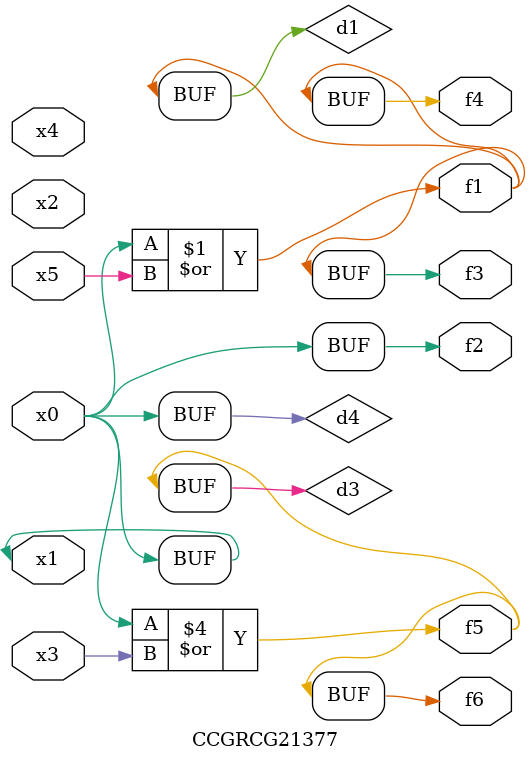
<source format=v>
module CCGRCG21377(
	input x0, x1, x2, x3, x4, x5,
	output f1, f2, f3, f4, f5, f6
);

	wire d1, d2, d3, d4;

	or (d1, x0, x5);
	xnor (d2, x1, x4);
	or (d3, x0, x3);
	buf (d4, x0, x1);
	assign f1 = d1;
	assign f2 = d4;
	assign f3 = d1;
	assign f4 = d1;
	assign f5 = d3;
	assign f6 = d3;
endmodule

</source>
